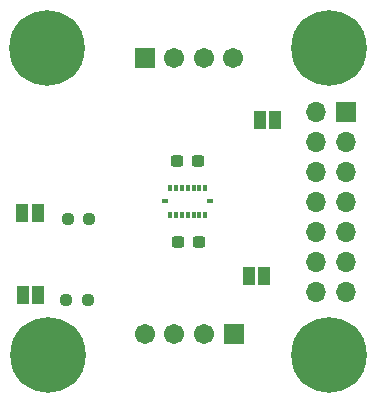
<source format=gbr>
%TF.GenerationSoftware,KiCad,Pcbnew,7.0.9*%
%TF.CreationDate,2024-01-29T17:54:31+11:00*%
%TF.ProjectId,BMI088_IMU_PCB,424d4930-3838-45f4-994d-555f5043422e,rev?*%
%TF.SameCoordinates,Original*%
%TF.FileFunction,Soldermask,Top*%
%TF.FilePolarity,Negative*%
%FSLAX46Y46*%
G04 Gerber Fmt 4.6, Leading zero omitted, Abs format (unit mm)*
G04 Created by KiCad (PCBNEW 7.0.9) date 2024-01-29 17:54:31*
%MOMM*%
%LPD*%
G01*
G04 APERTURE LIST*
G04 Aperture macros list*
%AMRoundRect*
0 Rectangle with rounded corners*
0 $1 Rounding radius*
0 $2 $3 $4 $5 $6 $7 $8 $9 X,Y pos of 4 corners*
0 Add a 4 corners polygon primitive as box body*
4,1,4,$2,$3,$4,$5,$6,$7,$8,$9,$2,$3,0*
0 Add four circle primitives for the rounded corners*
1,1,$1+$1,$2,$3*
1,1,$1+$1,$4,$5*
1,1,$1+$1,$6,$7*
1,1,$1+$1,$8,$9*
0 Add four rect primitives between the rounded corners*
20,1,$1+$1,$2,$3,$4,$5,0*
20,1,$1+$1,$4,$5,$6,$7,0*
20,1,$1+$1,$6,$7,$8,$9,0*
20,1,$1+$1,$8,$9,$2,$3,0*%
G04 Aperture macros list end*
%ADD10RoundRect,0.102000X0.754000X0.754000X-0.754000X0.754000X-0.754000X-0.754000X0.754000X-0.754000X0*%
%ADD11C,1.712000*%
%ADD12R,0.350000X0.590000*%
%ADD13R,0.590000X0.350000*%
%ADD14C,6.400000*%
%ADD15R,1.000000X1.500000*%
%ADD16RoundRect,0.237500X-0.300000X-0.237500X0.300000X-0.237500X0.300000X0.237500X-0.300000X0.237500X0*%
%ADD17RoundRect,0.237500X0.250000X0.237500X-0.250000X0.237500X-0.250000X-0.237500X0.250000X-0.237500X0*%
%ADD18RoundRect,0.102000X-0.754000X-0.754000X0.754000X-0.754000X0.754000X0.754000X-0.754000X0.754000X0*%
%ADD19RoundRect,0.237500X-0.250000X-0.237500X0.250000X-0.237500X0.250000X0.237500X-0.250000X0.237500X0*%
%ADD20R,1.700000X1.700000*%
%ADD21O,1.700000X1.700000*%
G04 APERTURE END LIST*
D10*
%TO.C,P1*%
X71690000Y-67240000D03*
D11*
X69190000Y-67240000D03*
X66690000Y-67240000D03*
X64190000Y-67240000D03*
%TD*%
D12*
%TO.C,U1*%
X69300000Y-57190000D03*
X68800000Y-57190000D03*
X68300000Y-57190000D03*
X67800000Y-57190000D03*
X67300000Y-57190000D03*
X66800000Y-57190000D03*
X66300000Y-57190000D03*
D13*
X65885000Y-56025000D03*
D12*
X66300000Y-54860000D03*
X66800000Y-54860000D03*
X67300000Y-54860000D03*
X67800000Y-54860000D03*
X68300000Y-54860000D03*
X68800000Y-54860000D03*
X69300000Y-54860000D03*
D13*
X69715000Y-56025000D03*
%TD*%
D14*
%TO.C,TH4*%
X79756000Y-69000000D03*
%TD*%
%TO.C,TH1*%
X55874000Y-43000000D03*
%TD*%
D15*
%TO.C,JP4*%
X53870000Y-63930000D03*
X55170000Y-63930000D03*
%TD*%
D14*
%TO.C,TH3*%
X56000000Y-69000000D03*
%TD*%
D16*
%TO.C,C2*%
X66937500Y-52575000D03*
X68662500Y-52575000D03*
%TD*%
D17*
%TO.C,R1*%
X59357500Y-64405000D03*
X57532500Y-64405000D03*
%TD*%
D15*
%TO.C,JP3*%
X55100000Y-57000000D03*
X53800000Y-57000000D03*
%TD*%
%TO.C,JP1*%
X74270000Y-62350000D03*
X72970000Y-62350000D03*
%TD*%
D18*
%TO.C,P2*%
X64160000Y-43900000D03*
D11*
X66660000Y-43900000D03*
X69160000Y-43900000D03*
X71660000Y-43900000D03*
%TD*%
D19*
%TO.C,R2*%
X57637500Y-57550000D03*
X59462500Y-57550000D03*
%TD*%
D20*
%TO.C,J1*%
X81250000Y-48450000D03*
D21*
X78710000Y-48450000D03*
X81250000Y-50990000D03*
X78710000Y-50990000D03*
X81250000Y-53530000D03*
X78710000Y-53530000D03*
X81250000Y-56070000D03*
X78710000Y-56070000D03*
X81250000Y-58610000D03*
X78710000Y-58610000D03*
X81250000Y-61150000D03*
X78710000Y-61150000D03*
X81250000Y-63690000D03*
X78710000Y-63690000D03*
%TD*%
D16*
%TO.C,C1*%
X67012500Y-59450000D03*
X68737500Y-59450000D03*
%TD*%
D14*
%TO.C,TH2*%
X79750000Y-43000000D03*
%TD*%
D15*
%TO.C,JP2*%
X75200000Y-49110000D03*
X73900000Y-49110000D03*
%TD*%
M02*

</source>
